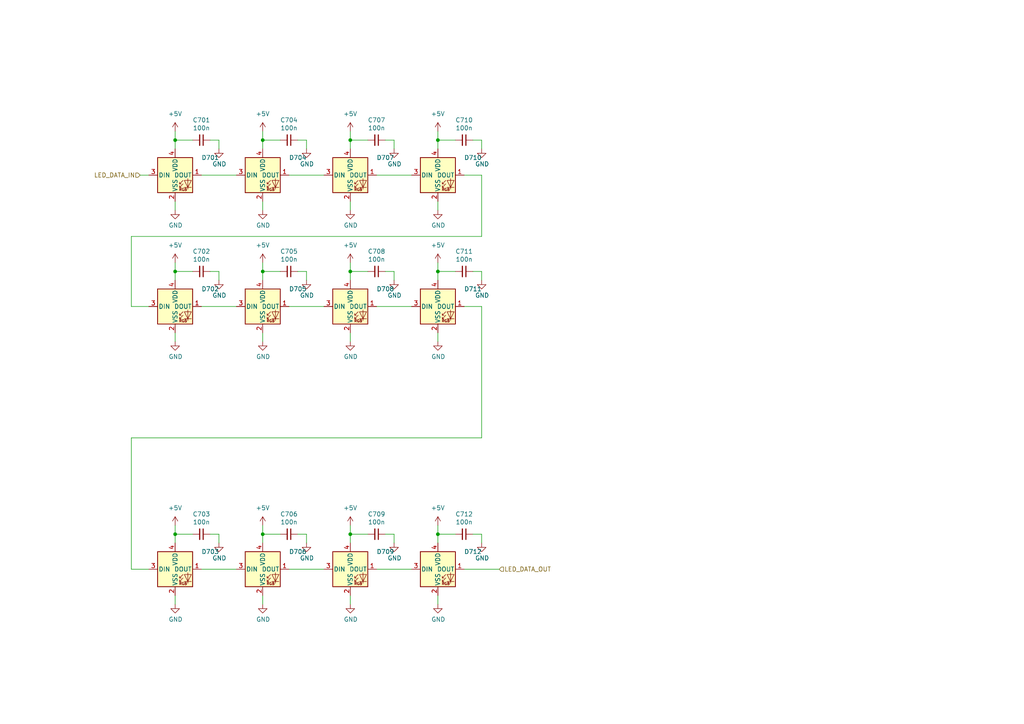
<source format=kicad_sch>
(kicad_sch (version 20211123) (generator eeschema)
  (paper "A4")
  (lib_symbols
    (symbol "power:+5V" (power) (pin_names (offset 0))
      (property "Value" "+5V" (at 0 3.556 0))
      (symbol "+5V_0_1"
        (polyline (pts (xy -0.762 1.27) (xy 0 2.54)))
        (polyline (pts (xy 0 0) (xy 0 2.54)))
        (polyline (pts (xy 0 2.54) (xy 0.762 1.27)))
      )
      (symbol "+5V_1_1"
        (pin power_in line (at 0 0 90) (length 0) hide (name "+5V") (number "1"))
      )
    )
    (symbol "power:GND" (power) (pin_names (offset 0))
      (property "Value" "GND" (at 0 -3.81 0))
      (symbol "GND_0_1"
        (polyline (pts (xy 0 0) (xy 0 -1.27) (xy 1.27 -1.27) (xy 0 -2.54) (xy -1.27 -1.27) (xy 0 -1.27)))
      )
      (symbol "GND_1_1"
        (pin power_in line (at 0 0 270) (length 0) hide (name "GND") (number "1"))
      )
    )
    (symbol "suku_basics:CAP" (pin_numbers hide) (pin_names (offset 0.254) hide)
      (property "Reference" "C" (at 0.254 1.778 0))
      (property "Value" "CAP" (at 0.254 -2.032 0))
      (symbol "CAP_0_1"
        (polyline (pts (xy -1.524 -0.508) (xy 1.524 -0.508)) (stroke (width 0.3302)))
        (polyline (pts (xy -1.524 0.508) (xy 1.524 0.508)) (stroke (width 0.3048)))
      )
      (symbol "CAP_1_1"
        (pin passive line (at 0 2.54 270) (length 2.032) (name "~") (number "1"))
        (pin passive line (at 0 -2.54 90) (length 2.032) (name "~") (number "2"))
      )
    )
    (symbol "suku_basics:UI_WS2812C-2020" (pin_names (offset 0.254))
      (property "Reference" "D" (at 5.08 5.715 0))
      (property "Value" "UI_WS2812C-2020" (at 1.27 -5.715 0))
      (symbol "UI_WS2812C-2020_0_0"
        (text "RGB" (at 2.286 -4.191 0) (effects (font (size 0.762 0.762))))
      )
      (symbol "UI_WS2812C-2020_0_1"
        (polyline (pts (xy 1.27 -3.556) (xy 1.778 -3.556)))
        (polyline (pts (xy 1.27 -2.54) (xy 1.778 -2.54)))
        (polyline (pts (xy 4.699 -3.556) (xy 2.667 -3.556)))
        (polyline (pts (xy 2.286 -2.54) (xy 1.27 -3.556) (xy 1.27 -3.048)))
        (polyline (pts (xy 2.286 -1.524) (xy 1.27 -2.54) (xy 1.27 -2.032)))
        (polyline (pts (xy 3.683 -1.016) (xy 3.683 -3.556) (xy 3.683 -4.064)))
        (polyline (pts (xy 4.699 -1.524) (xy 2.667 -1.524) (xy 3.683 -3.556) (xy 4.699 -1.524)))
        (rectangle (start 5.08 5.08) (end -5.08 -5.08) (stroke (width 0.254)) (fill (type background)))
      )
      (symbol "UI_WS2812C-2020_1_1"
        (pin output line (at 7.62 0 180) (length 2.54) (name "DOUT") (number "1"))
        (pin power_in line (at 0 -7.62 90) (length 2.54) (name "VSS") (number "2"))
        (pin input line (at -7.62 0 0) (length 2.54) (name "DIN") (number "3"))
        (pin power_in line (at 0 7.62 270) (length 2.54) (name "VDD") (number "4"))
      )
    )
  )
  (junction (at 127 40.64))
  (junction (at 101.6 154.94))
  (junction (at 76.2 154.94))
  (junction (at 76.2 78.74))
  (junction (at 101.6 78.74))
  (junction (at 50.8 40.64))
  (junction (at 127 154.94))
  (junction (at 127 78.74))
  (junction (at 101.6 40.64))
  (junction (at 50.8 78.74))
  (junction (at 50.8 154.94))
  (junction (at 76.2 40.64))
  (wire (pts (xy 81.28 40.64) (xy 76.2 40.64)))
  (wire (pts (xy 127 81.28) (xy 127 78.74)))
  (wire (pts (xy 114.3 40.64) (xy 111.76 40.64)))
  (wire (pts (xy 114.3 78.74) (xy 111.76 78.74)))
  (wire (pts (xy 63.5 78.74) (xy 60.96 78.74)))
  (wire (pts (xy 63.5 81.28) (xy 63.5 78.74)))
  (wire (pts (xy 50.8 40.64) (xy 50.8 38.1)))
  (wire (pts (xy 76.2 157.48) (xy 76.2 154.94)))
  (wire (pts (xy 114.3 157.48) (xy 114.3 154.94)))
  (wire (pts (xy 76.2 60.96) (xy 76.2 58.42)))
  (wire (pts (xy 88.9 154.94) (xy 86.36 154.94)))
  (wire (pts (xy 50.8 60.96) (xy 50.8 58.42)))
  (wire (pts (xy 38.1 68.58) (xy 38.1 88.9)))
  (wire (pts (xy 81.28 154.94) (xy 76.2 154.94)))
  (wire (pts (xy 76.2 40.64) (xy 76.2 38.1)))
  (wire (pts (xy 38.1 165.1) (xy 43.18 165.1)))
  (wire (pts (xy 63.5 40.64) (xy 60.96 40.64)))
  (wire (pts (xy 114.3 154.94) (xy 111.76 154.94)))
  (wire (pts (xy 127 78.74) (xy 127 76.2)))
  (wire (pts (xy 58.42 165.1) (xy 68.58 165.1)))
  (wire (pts (xy 114.3 43.18) (xy 114.3 40.64)))
  (wire (pts (xy 101.6 175.26) (xy 101.6 172.72)))
  (wire (pts (xy 63.5 43.18) (xy 63.5 40.64)))
  (wire (pts (xy 76.2 76.2) (xy 76.2 78.74)))
  (wire (pts (xy 101.6 43.18) (xy 101.6 40.64)))
  (wire (pts (xy 132.08 154.94) (xy 127 154.94)))
  (wire (pts (xy 50.8 81.28) (xy 50.8 78.74)))
  (wire (pts (xy 83.82 165.1) (xy 93.98 165.1)))
  (wire (pts (xy 63.5 154.94) (xy 60.96 154.94)))
  (wire (pts (xy 50.8 157.48) (xy 50.8 154.94)))
  (wire (pts (xy 127 60.96) (xy 127 58.42)))
  (wire (pts (xy 134.62 165.1) (xy 144.78 165.1)))
  (wire (pts (xy 50.8 175.26) (xy 50.8 172.72)))
  (wire (pts (xy 139.7 88.9) (xy 139.7 127)))
  (wire (pts (xy 88.9 43.18) (xy 88.9 40.64)))
  (wire (pts (xy 132.08 78.74) (xy 127 78.74)))
  (wire (pts (xy 38.1 88.9) (xy 43.18 88.9)))
  (wire (pts (xy 88.9 157.48) (xy 88.9 154.94)))
  (wire (pts (xy 76.2 99.06) (xy 76.2 96.52)))
  (wire (pts (xy 101.6 99.06) (xy 101.6 96.52)))
  (wire (pts (xy 40.64 50.8) (xy 43.18 50.8)))
  (wire (pts (xy 50.8 154.94) (xy 50.8 152.4)))
  (wire (pts (xy 127 43.18) (xy 127 40.64)))
  (wire (pts (xy 127 175.26) (xy 127 172.72)))
  (wire (pts (xy 76.2 154.94) (xy 76.2 152.4)))
  (wire (pts (xy 50.8 43.18) (xy 50.8 40.64)))
  (wire (pts (xy 58.42 88.9) (xy 68.58 88.9)))
  (wire (pts (xy 38.1 127) (xy 38.1 165.1)))
  (wire (pts (xy 81.28 78.74) (xy 76.2 78.74)))
  (wire (pts (xy 127 40.64) (xy 127 38.1)))
  (wire (pts (xy 58.42 50.8) (xy 68.58 50.8)))
  (wire (pts (xy 50.8 78.74) (xy 55.88 78.74)))
  (wire (pts (xy 109.22 50.8) (xy 119.38 50.8)))
  (wire (pts (xy 106.68 78.74) (xy 101.6 78.74)))
  (wire (pts (xy 134.62 88.9) (xy 139.7 88.9)))
  (wire (pts (xy 114.3 81.28) (xy 114.3 78.74)))
  (wire (pts (xy 83.82 88.9) (xy 93.98 88.9)))
  (wire (pts (xy 101.6 81.28) (xy 101.6 78.74)))
  (wire (pts (xy 88.9 81.28) (xy 88.9 78.74)))
  (wire (pts (xy 139.7 43.18) (xy 139.7 40.64)))
  (wire (pts (xy 63.5 157.48) (xy 63.5 154.94)))
  (wire (pts (xy 127 99.06) (xy 127 96.52)))
  (wire (pts (xy 101.6 40.64) (xy 101.6 38.1)))
  (wire (pts (xy 88.9 40.64) (xy 86.36 40.64)))
  (wire (pts (xy 139.7 154.94) (xy 137.16 154.94)))
  (wire (pts (xy 139.7 50.8) (xy 139.7 68.58)))
  (wire (pts (xy 139.7 157.48) (xy 139.7 154.94)))
  (wire (pts (xy 101.6 78.74) (xy 101.6 76.2)))
  (wire (pts (xy 127 154.94) (xy 127 152.4)))
  (wire (pts (xy 139.7 40.64) (xy 137.16 40.64)))
  (wire (pts (xy 134.62 50.8) (xy 139.7 50.8)))
  (wire (pts (xy 106.68 40.64) (xy 101.6 40.64)))
  (wire (pts (xy 101.6 154.94) (xy 101.6 152.4)))
  (wire (pts (xy 101.6 60.96) (xy 101.6 58.42)))
  (wire (pts (xy 132.08 40.64) (xy 127 40.64)))
  (wire (pts (xy 139.7 78.74) (xy 137.16 78.74)))
  (wire (pts (xy 76.2 43.18) (xy 76.2 40.64)))
  (wire (pts (xy 139.7 127) (xy 38.1 127)))
  (wire (pts (xy 76.2 175.26) (xy 76.2 172.72)))
  (wire (pts (xy 76.2 81.28) (xy 76.2 78.74)))
  (wire (pts (xy 109.22 165.1) (xy 119.38 165.1)))
  (wire (pts (xy 50.8 78.74) (xy 50.8 76.2)))
  (wire (pts (xy 106.68 154.94) (xy 101.6 154.94)))
  (wire (pts (xy 109.22 88.9) (xy 119.38 88.9)))
  (wire (pts (xy 139.7 68.58) (xy 38.1 68.58)))
  (wire (pts (xy 50.8 99.06) (xy 50.8 96.52)))
  (wire (pts (xy 83.82 50.8) (xy 93.98 50.8)))
  (wire (pts (xy 101.6 157.48) (xy 101.6 154.94)))
  (wire (pts (xy 139.7 81.28) (xy 139.7 78.74)))
  (wire (pts (xy 88.9 78.74) (xy 86.36 78.74)))
  (wire (pts (xy 50.8 154.94) (xy 55.88 154.94)))
  (wire (pts (xy 127 157.48) (xy 127 154.94)))
  (wire (pts (xy 50.8 40.64) (xy 55.88 40.64)))
  (hierarchical_label "LED_DATA_OUT" (shape input) (at 144.78 165.1 0))
  (hierarchical_label "LED_DATA_IN" (shape input) (at 40.64 50.8 180))
  (symbol (lib_id "suku_basics:UI_WS2812C-2020") (at 50.8 50.8 0) (unit 1)
    (property "Reference" "D701" (at 58.42 45.72 0) (effects (justify left)))
    (property "Value" "WS2812C-2020" (effects hide))
    (property "Footprint" "suku_basics:UI_WS2812C-2020" (effects hide))
  )
  (symbol (lib_id "power:GND") (at 50.8 60.96 0) (unit 1)
    (property "Reference" "#PWR0734" (effects hide))
    (property "Value" "GND" (at 50.927 65.3542 0))
  )
  (symbol (lib_id "suku_basics:UI_WS2812C-2020") (at 76.2 50.8 0) (unit 1)
    (property "Reference" "D704" (at 83.82 45.72 0) (effects (justify left)))
    (property "Value" "WS2812C-2020" (effects hide))
    (property "Footprint" "suku_basics:UI_WS2812C-2020" (effects hide))
  )
  (symbol (lib_id "power:GND") (at 76.2 60.96 0) (unit 1)
    (property "Reference" "#PWR0743" (effects hide))
    (property "Value" "GND" (at 76.327 65.3542 0))
  )
  (symbol (lib_id "suku_basics:UI_WS2812C-2020") (at 101.6 50.8 0) (unit 1)
    (property "Reference" "D707" (at 109.22 45.72 0) (effects (justify left)))
    (property "Value" "WS2812C-2020" (effects hide))
    (property "Footprint" "suku_basics:UI_WS2812C-2020" (effects hide))
  )
  (symbol (lib_id "power:GND") (at 101.6 60.96 0) (unit 1)
    (property "Reference" "#PWR0752" (effects hide))
    (property "Value" "GND" (at 101.727 65.3542 0))
  )
  (symbol (lib_id "suku_basics:UI_WS2812C-2020") (at 127 50.8 0) (unit 1)
    (property "Reference" "D710" (at 134.62 45.72 0) (effects (justify left)))
    (property "Value" "WS2812C-2020" (effects hide))
    (property "Footprint" "suku_basics:UI_WS2812C-2020" (effects hide))
  )
  (symbol (lib_id "power:GND") (at 127 60.96 0) (unit 1)
    (property "Reference" "#PWR0761" (effects hide))
    (property "Value" "GND" (at 127.127 65.3542 0))
  )
  (symbol (lib_id "suku_basics:CAP") (at 58.42 40.64 270) (unit 1)
    (property "Reference" "C701" (at 58.42 34.8234 90))
    (property "Value" "100n" (at 58.42 37.1348 90))
    (property "Footprint" "suku_basics:CAP_0402" (effects hide))
  )
  (symbol (lib_id "power:GND") (at 63.5 43.18 0) (unit 1)
    (property "Reference" "#PWR0739" (effects hide))
    (property "Value" "GND" (at 63.627 47.5742 0))
  )
  (symbol (lib_id "suku_basics:CAP") (at 83.82 40.64 270) (unit 1)
    (property "Reference" "C704" (at 83.82 34.8234 90))
    (property "Value" "100n" (at 83.82 37.1348 90))
    (property "Footprint" "suku_basics:CAP_0402" (effects hide))
  )
  (symbol (lib_id "power:GND") (at 88.9 43.18 0) (unit 1)
    (property "Reference" "#PWR0748" (effects hide))
    (property "Value" "GND" (at 89.027 47.5742 0))
  )
  (symbol (lib_id "suku_basics:CAP") (at 109.22 40.64 270) (unit 1)
    (property "Reference" "C707" (at 109.22 34.8234 90))
    (property "Value" "100n" (at 109.22 37.1348 90))
    (property "Footprint" "suku_basics:CAP_0402" (effects hide))
  )
  (symbol (lib_id "power:GND") (at 114.3 43.18 0) (unit 1)
    (property "Reference" "#PWR0757" (effects hide))
    (property "Value" "GND" (at 114.427 47.5742 0))
  )
  (symbol (lib_id "suku_basics:CAP") (at 134.62 40.64 270) (unit 1)
    (property "Reference" "C710" (at 134.62 34.8234 90))
    (property "Value" "100n" (at 134.62 37.1348 90))
    (property "Footprint" "suku_basics:CAP_0402" (effects hide))
  )
  (symbol (lib_id "power:GND") (at 139.7 43.18 0) (unit 1)
    (property "Reference" "#PWR0766" (effects hide))
    (property "Value" "GND" (at 139.827 47.5742 0))
  )
  (symbol (lib_id "suku_basics:UI_WS2812C-2020") (at 50.8 88.9 0) (unit 1)
    (property "Reference" "D702" (at 58.42 83.82 0) (effects (justify left)))
    (property "Value" "WS2812C-2020" (effects hide))
    (property "Footprint" "suku_basics:UI_WS2812C-2020" (effects hide))
  )
  (symbol (lib_id "power:GND") (at 50.8 99.06 0) (unit 1)
    (property "Reference" "#PWR0736" (effects hide))
    (property "Value" "GND" (at 50.927 103.4542 0))
  )
  (symbol (lib_id "suku_basics:UI_WS2812C-2020") (at 76.2 88.9 0) (unit 1)
    (property "Reference" "D705" (at 83.82 83.82 0) (effects (justify left)))
    (property "Value" "WS2812C-2020" (effects hide))
    (property "Footprint" "suku_basics:UI_WS2812C-2020" (effects hide))
  )
  (symbol (lib_id "power:GND") (at 76.2 99.06 0) (unit 1)
    (property "Reference" "#PWR0745" (effects hide))
    (property "Value" "GND" (at 76.327 103.4542 0))
  )
  (symbol (lib_id "suku_basics:UI_WS2812C-2020") (at 101.6 88.9 0) (unit 1)
    (property "Reference" "D708" (at 109.22 83.82 0) (effects (justify left)))
    (property "Value" "WS2812C-2020" (effects hide))
    (property "Footprint" "suku_basics:UI_WS2812C-2020" (effects hide))
  )
  (symbol (lib_id "power:GND") (at 101.6 99.06 0) (unit 1)
    (property "Reference" "#PWR0754" (effects hide))
    (property "Value" "GND" (at 101.727 103.4542 0))
  )
  (symbol (lib_id "suku_basics:UI_WS2812C-2020") (at 127 88.9 0) (unit 1)
    (property "Reference" "D711" (at 134.62 83.82 0) (effects (justify left)))
    (property "Value" "WS2812C-2020" (effects hide))
    (property "Footprint" "suku_basics:UI_WS2812C-2020" (effects hide))
  )
  (symbol (lib_id "power:GND") (at 127 99.06 0) (unit 1)
    (property "Reference" "#PWR0763" (effects hide))
    (property "Value" "GND" (at 127.127 103.4542 0))
  )
  (symbol (lib_id "suku_basics:CAP") (at 58.42 78.74 270) (unit 1)
    (property "Reference" "C702" (at 58.42 72.9234 90))
    (property "Value" "100n" (at 58.42 75.2348 90))
    (property "Footprint" "suku_basics:CAP_0402" (effects hide))
  )
  (symbol (lib_id "power:GND") (at 63.5 81.28 0) (unit 1)
    (property "Reference" "#PWR0740" (effects hide))
    (property "Value" "GND" (at 63.627 85.6742 0))
  )
  (symbol (lib_id "suku_basics:CAP") (at 83.82 78.74 270) (unit 1)
    (property "Reference" "C705" (at 83.82 72.9234 90))
    (property "Value" "100n" (at 83.82 75.2348 90))
    (property "Footprint" "suku_basics:CAP_0402" (effects hide))
  )
  (symbol (lib_id "power:GND") (at 88.9 81.28 0) (unit 1)
    (property "Reference" "#PWR0749" (effects hide))
    (property "Value" "GND" (at 89.027 85.6742 0))
  )
  (symbol (lib_id "suku_basics:CAP") (at 109.22 78.74 270) (unit 1)
    (property "Reference" "C708" (at 109.22 72.9234 90))
    (property "Value" "100n" (at 109.22 75.2348 90))
    (property "Footprint" "suku_basics:CAP_0402" (effects hide))
  )
  (symbol (lib_id "power:GND") (at 114.3 81.28 0) (unit 1)
    (property "Reference" "#PWR0758" (effects hide))
    (property "Value" "GND" (at 114.427 85.6742 0))
  )
  (symbol (lib_id "suku_basics:CAP") (at 134.62 78.74 270) (unit 1)
    (property "Reference" "C711" (at 134.62 72.9234 90))
    (property "Value" "100n" (at 134.62 75.2348 90))
    (property "Footprint" "suku_basics:CAP_0402" (effects hide))
  )
  (symbol (lib_id "power:GND") (at 139.7 81.28 0) (unit 1)
    (property "Reference" "#PWR0767" (effects hide))
    (property "Value" "GND" (at 139.827 85.6742 0))
  )
  (symbol (lib_id "suku_basics:UI_WS2812C-2020") (at 50.8 165.1 0) (unit 1)
    (property "Reference" "D703" (at 58.42 160.02 0) (effects (justify left)))
    (property "Value" "WS2812C-2020" (effects hide))
    (property "Footprint" "suku_basics:UI_WS2812C-2020" (effects hide))
  )
  (symbol (lib_id "power:GND") (at 50.8 175.26 0) (unit 1)
    (property "Reference" "#PWR0738" (effects hide))
    (property "Value" "GND" (at 50.927 179.6542 0))
  )
  (symbol (lib_id "suku_basics:UI_WS2812C-2020") (at 76.2 165.1 0) (unit 1)
    (property "Reference" "D706" (at 83.82 160.02 0) (effects (justify left)))
    (property "Value" "WS2812C-2020" (effects hide))
    (property "Footprint" "suku_basics:UI_WS2812C-2020" (effects hide))
  )
  (symbol (lib_id "power:GND") (at 76.2 175.26 0) (unit 1)
    (property "Reference" "#PWR0747" (effects hide))
    (property "Value" "GND" (at 76.327 179.6542 0))
  )
  (symbol (lib_id "suku_basics:UI_WS2812C-2020") (at 101.6 165.1 0) (unit 1)
    (property "Reference" "D709" (at 109.22 160.02 0) (effects (justify left)))
    (property "Value" "WS2812C-2020" (effects hide))
    (property "Footprint" "suku_basics:UI_WS2812C-2020" (effects hide))
  )
  (symbol (lib_id "power:GND") (at 101.6 175.26 0) (unit 1)
    (property "Reference" "#PWR0756" (effects hide))
    (property "Value" "GND" (at 101.727 179.6542 0))
  )
  (symbol (lib_id "suku_basics:UI_WS2812C-2020") (at 127 165.1 0) (unit 1)
    (property "Reference" "D712" (at 134.62 160.02 0) (effects (justify left)))
    (property "Value" "WS2812C-2020" (effects hide))
    (property "Footprint" "suku_basics:UI_WS2812C-2020" (effects hide))
  )
  (symbol (lib_id "power:GND") (at 127 175.26 0) (unit 1)
    (property "Reference" "#PWR0765" (effects hide))
    (property "Value" "GND" (at 127.127 179.6542 0))
  )
  (symbol (lib_id "suku_basics:CAP") (at 58.42 154.94 270) (unit 1)
    (property "Reference" "C703" (at 58.42 149.1234 90))
    (property "Value" "100n" (at 58.42 151.4348 90))
    (property "Footprint" "suku_basics:CAP_0402" (effects hide))
  )
  (symbol (lib_id "power:GND") (at 63.5 157.48 0) (unit 1)
    (property "Reference" "#PWR0741" (effects hide))
    (property "Value" "GND" (at 63.627 161.8742 0))
  )
  (symbol (lib_id "suku_basics:CAP") (at 83.82 154.94 270) (unit 1)
    (property "Reference" "C706" (at 83.82 149.1234 90))
    (property "Value" "100n" (at 83.82 151.4348 90))
    (property "Footprint" "suku_basics:CAP_0402" (effects hide))
  )
  (symbol (lib_id "power:GND") (at 88.9 157.48 0) (unit 1)
    (property "Reference" "#PWR0750" (effects hide))
    (property "Value" "GND" (at 89.027 161.8742 0))
  )
  (symbol (lib_id "suku_basics:CAP") (at 109.22 154.94 270) (unit 1)
    (property "Reference" "C709" (at 109.22 149.1234 90))
    (property "Value" "100n" (at 109.22 151.4348 90))
    (property "Footprint" "suku_basics:CAP_0402" (effects hide))
  )
  (symbol (lib_id "power:GND") (at 114.3 157.48 0) (unit 1)
    (property "Reference" "#PWR0759" (effects hide))
    (property "Value" "GND" (at 114.427 161.8742 0))
  )
  (symbol (lib_id "suku_basics:CAP") (at 134.62 154.94 270) (unit 1)
    (property "Reference" "C712" (at 134.62 149.1234 90))
    (property "Value" "100n" (at 134.62 151.4348 90))
    (property "Footprint" "suku_basics:CAP_0402" (effects hide))
  )
  (symbol (lib_id "power:GND") (at 139.7 157.48 0) (unit 1)
    (property "Reference" "#PWR0768" (effects hide))
    (property "Value" "GND" (at 139.827 161.8742 0))
  )
  (symbol (lib_id "power:+5V") (at 127 152.4 0) (unit 1)
    (property "Reference" "#PWR0764" (effects hide))
    (property "Value" "+5V" (at 127 147.32 0))
  )
  (symbol (lib_id "power:+5V") (at 101.6 152.4 0) (unit 1)
    (property "Reference" "#PWR0755" (effects hide))
    (property "Value" "+5V" (at 101.6 147.32 0))
  )
  (symbol (lib_id "power:+5V") (at 76.2 38.1 0) (unit 1)
    (property "Reference" "#PWR0742" (effects hide))
    (property "Value" "+5V" (at 76.2 33.02 0))
  )
  (symbol (lib_id "power:+5V") (at 127 38.1 0) (unit 1)
    (property "Reference" "#PWR0760" (effects hide))
    (property "Value" "+5V" (at 127 33.02 0))
  )
  (symbol (lib_id "power:+5V") (at 50.8 152.4 0) (unit 1)
    (property "Reference" "#PWR0737" (effects hide))
    (property "Value" "+5V" (at 50.8 147.32 0))
  )
  (symbol (lib_id "power:+5V") (at 127 76.2 0) (unit 1)
    (property "Reference" "#PWR0762" (effects hide))
    (property "Value" "+5V" (at 127 71.12 0))
  )
  (symbol (lib_id "power:+5V") (at 101.6 76.2 0) (unit 1)
    (property "Reference" "#PWR0753" (effects hide))
    (property "Value" "+5V" (at 101.6 71.12 0))
  )
  (symbol (lib_id "power:+5V") (at 50.8 76.2 0) (unit 1)
    (property "Reference" "#PWR0735" (effects hide))
    (property "Value" "+5V" (at 50.8 71.12 0))
  )
  (symbol (lib_id "power:+5V") (at 50.8 38.1 0) (unit 1)
    (property "Reference" "#PWR0733" (effects hide))
    (property "Value" "+5V" (at 50.8 33.02 0))
  )
  (symbol (lib_id "power:+5V") (at 76.2 152.4 0) (unit 1)
    (property "Reference" "#PWR0746" (effects hide))
    (property "Value" "+5V" (at 76.2 147.32 0))
  )
  (symbol (lib_id "power:+5V") (at 76.2 76.2 0) (unit 1)
    (property "Reference" "#PWR0744" (effects hide))
    (property "Value" "+5V" (at 76.2 71.12 0))
  )
  (symbol (lib_id "power:+5V") (at 101.6 38.1 0) (unit 1)
    (property "Reference" "#PWR0751" (effects hide))
    (property "Value" "+5V" (at 101.6 33.02 0))
  )
)
</source>
